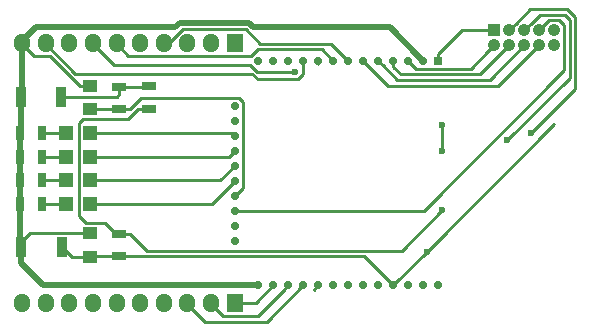
<source format=gbr>
G04 #@! TF.FileFunction,Copper,L1,Top,Signal*
%FSLAX46Y46*%
G04 Gerber Fmt 4.6, Leading zero omitted, Abs format (unit mm)*
G04 Created by KiCad (PCBNEW 4.0.2-4+6225~38~ubuntu15.10.1-stable) date søn 17 apr 2016 19:21:06 CEST*
%MOMM*%
G01*
G04 APERTURE LIST*
%ADD10C,0.100000*%
%ADD11R,1.050000X1.050000*%
%ADD12C,1.050000*%
%ADD13R,0.700000X0.700000*%
%ADD14C,0.700000*%
%ADD15R,1.250000X1.000000*%
%ADD16R,1.198880X1.198880*%
%ADD17O,1.360000X1.600000*%
%ADD18R,1.360000X1.600000*%
%ADD19R,1.300000X0.700000*%
%ADD20R,0.700000X1.300000*%
%ADD21R,0.900000X1.700000*%
%ADD22C,0.600000*%
%ADD23C,0.250000*%
%ADD24C,0.500000*%
G04 APERTURE END LIST*
D10*
D11*
X162560000Y-127430000D03*
D12*
X163830000Y-127430000D03*
X165100000Y-127430000D03*
X166370000Y-127430000D03*
X167640000Y-127430000D03*
X163830000Y-128700000D03*
X165100000Y-128700000D03*
X166370000Y-128700000D03*
X167640000Y-128700000D03*
X162560000Y-128700000D03*
D13*
X157820000Y-130040000D03*
D14*
X156550000Y-130040000D03*
X155280000Y-130040000D03*
X154010000Y-130040000D03*
X152740000Y-130040000D03*
X151470000Y-130040000D03*
X150200000Y-130040000D03*
X148930000Y-130040000D03*
X147660000Y-130040000D03*
X146390000Y-130040000D03*
X145120000Y-130040000D03*
X143850000Y-130040000D03*
X140580000Y-133830000D03*
X152740000Y-149040000D03*
X150200000Y-149040000D03*
X151470000Y-149040000D03*
X148930000Y-149040000D03*
X155280000Y-149040000D03*
X154010000Y-149040000D03*
X156550000Y-149040000D03*
X157820000Y-149040000D03*
X147660000Y-149040000D03*
X143850000Y-149040000D03*
X146390000Y-149040000D03*
X142580000Y-149040000D03*
X145120000Y-149040000D03*
X142580000Y-130040000D03*
X140580000Y-135100000D03*
X140580000Y-136370000D03*
X140580000Y-137640000D03*
X140580000Y-138910000D03*
X140580000Y-140180000D03*
X140580000Y-141450000D03*
X140580000Y-142720000D03*
X140580000Y-143990000D03*
X140580000Y-145260000D03*
D15*
X128310000Y-146640000D03*
X128310000Y-144640000D03*
X128310000Y-134140000D03*
X128310000Y-132140000D03*
D16*
X128359020Y-136140000D03*
X126260980Y-136140000D03*
X128359020Y-138140000D03*
X126260980Y-138140000D03*
X128359020Y-140140000D03*
X126260980Y-140140000D03*
X128359020Y-142140000D03*
X126260980Y-142140000D03*
D17*
X122575000Y-150500000D03*
X124575000Y-150500000D03*
X126575000Y-150500000D03*
X128575000Y-150500000D03*
X130575000Y-150500000D03*
X132575000Y-150500000D03*
X134575000Y-150500000D03*
X136575000Y-150500000D03*
X138575000Y-150500000D03*
D18*
X140575000Y-150500000D03*
X140575000Y-128500000D03*
D17*
X138575000Y-128500000D03*
X136575000Y-128500000D03*
X134575000Y-128500000D03*
X132575000Y-128500000D03*
X130575000Y-128500000D03*
X128575000Y-128500000D03*
X126575000Y-128500000D03*
X124575000Y-128500000D03*
X122575000Y-128500000D03*
D19*
X130810000Y-146590000D03*
X130810000Y-144690000D03*
X133310000Y-132190000D03*
X133310000Y-134090000D03*
X130810000Y-132240000D03*
X130810000Y-134140000D03*
D20*
X122360000Y-136140000D03*
X124260000Y-136140000D03*
X122360000Y-138140000D03*
X124260000Y-138140000D03*
X122360000Y-140140000D03*
X124260000Y-140140000D03*
X122360000Y-142140000D03*
X124260000Y-142140000D03*
D21*
X122450000Y-145800000D03*
X125920000Y-145800000D03*
X122450000Y-133070000D03*
X125850000Y-133070000D03*
D22*
X156870000Y-146180000D03*
X158120000Y-135450000D03*
X158120000Y-137690000D03*
X158150000Y-142680000D03*
X145650718Y-130956806D03*
X165690000Y-136120000D03*
X163660000Y-136730000D03*
D23*
X154010000Y-149040000D02*
X156870000Y-146180000D01*
X156870000Y-146180000D02*
X167640000Y-135410000D01*
X151560000Y-146590000D02*
X154010000Y-149040000D01*
X154010000Y-149040000D02*
X158560000Y-144490000D01*
X130810000Y-146590000D02*
X151560000Y-146590000D01*
X130810000Y-146590000D02*
X128360000Y-146590000D01*
X128360000Y-146590000D02*
X128310000Y-146640000D01*
X128310000Y-146640000D02*
X126760000Y-146640000D01*
X126760000Y-146640000D02*
X125920000Y-145800000D01*
D24*
X156200001Y-129690001D02*
X156550000Y-130040000D01*
X122575000Y-128380000D02*
X123755000Y-127200000D01*
X135920525Y-126799989D02*
X141753179Y-126799989D01*
X123755000Y-127200000D02*
X135520514Y-127200000D01*
X141753179Y-126799989D02*
X142153190Y-127200000D01*
X142153190Y-127200000D02*
X153710000Y-127200000D01*
X135520514Y-127200000D02*
X135920525Y-126799989D01*
X153710000Y-127200000D02*
X156200001Y-129690001D01*
X122575000Y-128500000D02*
X122575000Y-128380000D01*
D23*
X128310000Y-132140000D02*
X127435000Y-132140000D01*
X127435000Y-132140000D02*
X124920010Y-129625010D01*
X124920010Y-129625010D02*
X123580010Y-129625010D01*
X123580010Y-129625010D02*
X122575000Y-128620000D01*
X122575000Y-128620000D02*
X122575000Y-128500000D01*
D24*
X122450000Y-145800000D02*
X122450000Y-147150000D01*
X122450000Y-147150000D02*
X124340000Y-149040000D01*
X124340000Y-149040000D02*
X142085026Y-149040000D01*
X142085026Y-149040000D02*
X142580000Y-149040000D01*
X122360000Y-142140000D02*
X122360000Y-145710000D01*
X122360000Y-145710000D02*
X122450000Y-145800000D01*
X122360000Y-140140000D02*
X122360000Y-142140000D01*
X122360000Y-138140000D02*
X122360000Y-140140000D01*
X122360000Y-136140000D02*
X122360000Y-138140000D01*
X122450000Y-133070000D02*
X122450000Y-136050000D01*
X122450000Y-136050000D02*
X122360000Y-136140000D01*
X122575000Y-128500000D02*
X122575000Y-132945000D01*
X122575000Y-132945000D02*
X122450000Y-133070000D01*
D23*
X128310000Y-144640000D02*
X127435000Y-144640000D01*
X127435000Y-144640000D02*
X127419999Y-144624999D01*
X122450000Y-145400000D02*
X122450000Y-145800000D01*
X127419999Y-144624999D02*
X123225001Y-144624999D01*
X123225001Y-144624999D02*
X122450000Y-145400000D01*
X131960000Y-133890000D02*
X131960000Y-133854998D01*
X131960000Y-133854998D02*
X132659999Y-133154999D01*
X132659999Y-133154999D02*
X140904001Y-133154999D01*
X130810000Y-134140000D02*
X131710000Y-134140000D01*
X131710000Y-134140000D02*
X131960000Y-133890000D01*
X140904001Y-133154999D02*
X141255001Y-133505999D01*
X141255001Y-133505999D02*
X141255001Y-140774999D01*
X141255001Y-140774999D02*
X140929999Y-141100001D01*
X140929999Y-141100001D02*
X140580000Y-141450000D01*
X128310000Y-134140000D02*
X128185000Y-134140000D01*
X128310000Y-134140000D02*
X130810000Y-134140000D01*
X158120000Y-137265736D02*
X158120000Y-135450000D01*
X158120000Y-137690000D02*
X158120000Y-137265736D01*
X133140000Y-146120000D02*
X154710000Y-146120000D01*
X154710000Y-146120000D02*
X158150000Y-142680000D01*
X130810000Y-144690000D02*
X131710000Y-144690000D01*
X131710000Y-144690000D02*
X133140000Y-146120000D01*
X162560000Y-127430000D02*
X159830000Y-127430000D01*
X159830000Y-127430000D02*
X157820000Y-129440000D01*
X157820000Y-129440000D02*
X157820000Y-130040000D01*
X130810000Y-144690000D02*
X130510000Y-144690000D01*
X130510000Y-144690000D02*
X129580000Y-143760000D01*
X127420000Y-135295138D02*
X127750137Y-134965001D01*
X132410000Y-134090000D02*
X133310000Y-134090000D01*
X129580000Y-143760000D02*
X127980000Y-143760000D01*
X127420000Y-143200000D02*
X127420000Y-135295138D01*
X127980000Y-143760000D02*
X127420000Y-143200000D01*
X127750137Y-134965001D02*
X131534999Y-134965001D01*
X131534999Y-134965001D02*
X132410000Y-134090000D01*
X128359020Y-136140000D02*
X140350000Y-136140000D01*
X140350000Y-136140000D02*
X140580000Y-136370000D01*
X124260000Y-136140000D02*
X126260980Y-136140000D01*
X128359020Y-138140000D02*
X140080000Y-138140000D01*
X140080000Y-138140000D02*
X140580000Y-137640000D01*
X124260000Y-138140000D02*
X126260980Y-138140000D01*
X128359020Y-140140000D02*
X139350000Y-140140000D01*
X139350000Y-140140000D02*
X140580000Y-138910000D01*
X124260000Y-140140000D02*
X126260980Y-140140000D01*
X128359020Y-142140000D02*
X138620000Y-142140000D01*
X138620000Y-142140000D02*
X140580000Y-140180000D01*
X124260000Y-142140000D02*
X126260980Y-142140000D01*
X155280000Y-130040000D02*
X155955001Y-130715001D01*
X155955001Y-130715001D02*
X160544999Y-130715001D01*
X160544999Y-130715001D02*
X162035001Y-129224999D01*
X162035001Y-129224999D02*
X162560000Y-128700000D01*
X155629999Y-130389999D02*
X155280000Y-130040000D01*
X154655026Y-131180000D02*
X161350000Y-131180000D01*
X161350000Y-131180000D02*
X163830000Y-128700000D01*
X154010000Y-130040000D02*
X154010000Y-130534974D01*
X154010000Y-130534974D02*
X154655026Y-131180000D01*
X154330000Y-131640000D02*
X162160000Y-131640000D01*
X162160000Y-131640000D02*
X165100000Y-128700000D01*
X153089999Y-130399999D02*
X154330000Y-131640000D01*
X152740000Y-130040000D02*
X153089999Y-130389999D01*
X153089999Y-130389999D02*
X153089999Y-130399999D01*
X153590000Y-132160000D02*
X162910000Y-132160000D01*
X162910000Y-132160000D02*
X166370000Y-128700000D01*
X151470000Y-130040000D02*
X153590000Y-132160000D01*
X148749989Y-128589989D02*
X149850001Y-129690001D01*
X142729991Y-128589989D02*
X148749989Y-128589989D01*
X141515001Y-127374999D02*
X142729991Y-128589989D01*
X136158703Y-127374999D02*
X141515001Y-127374999D01*
X135033702Y-128500000D02*
X136158703Y-127374999D01*
X149850001Y-129690001D02*
X150200000Y-130040000D01*
X134575000Y-128500000D02*
X135033702Y-128500000D01*
X142580998Y-129040000D02*
X147930000Y-129040000D01*
X147930000Y-129040000D02*
X148930000Y-130040000D01*
X131580010Y-129625010D02*
X141995988Y-129625010D01*
X130575000Y-128620000D02*
X131580010Y-129625010D01*
X130575000Y-128500000D02*
X130575000Y-128620000D01*
X141995988Y-129625010D02*
X142580998Y-129040000D01*
X145226454Y-130956806D02*
X145650718Y-130956806D01*
X141904999Y-130364001D02*
X142497804Y-130956806D01*
X130319001Y-130364001D02*
X141904999Y-130364001D01*
X128575000Y-128620000D02*
X130319001Y-130364001D01*
X142497804Y-130956806D02*
X145226454Y-130956806D01*
X128575000Y-128500000D02*
X128575000Y-128620000D01*
X147660000Y-130040000D02*
X147660000Y-130290000D01*
X124575000Y-128620000D02*
X127095000Y-131140000D01*
X142508481Y-131603894D02*
X145921784Y-131603894D01*
X142044587Y-131140000D02*
X142508481Y-131603894D01*
X127095000Y-131140000D02*
X142044587Y-131140000D01*
X146390000Y-131135678D02*
X146390000Y-130534974D01*
X146390000Y-130534974D02*
X146390000Y-130040000D01*
X145921784Y-131603894D02*
X146390000Y-131135678D01*
X124575000Y-128500000D02*
X124575000Y-128620000D01*
X164354999Y-126905001D02*
X163830000Y-127430000D01*
X169390023Y-126347203D02*
X168722798Y-125679978D01*
X165580022Y-125679978D02*
X164354999Y-126905001D01*
X168722798Y-125679978D02*
X165580022Y-125679978D01*
X165690000Y-136120000D02*
X169390023Y-132419977D01*
X169390023Y-132419977D02*
X169390023Y-126347203D01*
X138065000Y-152110000D02*
X143320000Y-152110000D01*
X143320000Y-152110000D02*
X146390000Y-149040000D01*
X136575000Y-150500000D02*
X136575000Y-150620000D01*
X136575000Y-150620000D02*
X138065000Y-152110000D01*
X147310001Y-149389999D02*
X147660000Y-149040000D01*
X126575000Y-150500000D02*
X126575000Y-150380000D01*
X140575000Y-150500000D02*
X142390000Y-150500000D01*
X142390000Y-150500000D02*
X143850000Y-149040000D01*
X138575000Y-150500000D02*
X138575000Y-150620000D01*
X138575000Y-150620000D02*
X139580001Y-151625001D01*
X139580001Y-151625001D02*
X142534999Y-151625001D01*
X142534999Y-151625001D02*
X144770001Y-149389999D01*
X144770001Y-149389999D02*
X145120000Y-149040000D01*
X132575000Y-150500000D02*
X132575000Y-150380000D01*
X122575000Y-150500000D02*
X122575000Y-150380000D01*
X130575000Y-150500000D02*
X130575000Y-150380000D01*
X124575000Y-150500000D02*
X124575000Y-150380000D01*
X166400011Y-126129989D02*
X165624999Y-126905001D01*
X168940012Y-131449988D02*
X168940012Y-126533601D01*
X163660000Y-136730000D02*
X168940012Y-131449988D01*
X168940012Y-126533601D02*
X168536399Y-126129988D01*
X165624999Y-126905001D02*
X165100000Y-127430000D01*
X168536399Y-126129988D02*
X166400011Y-126129989D01*
X140580000Y-142720000D02*
X156600000Y-142720000D01*
X156600000Y-142720000D02*
X168490001Y-130829999D01*
X168048001Y-126579999D02*
X167220001Y-126579999D01*
X168490001Y-130829999D02*
X168490001Y-127021999D01*
X168490001Y-127021999D02*
X168048001Y-126579999D01*
X167220001Y-126579999D02*
X166370000Y-127430000D01*
X130810000Y-132240000D02*
X133260000Y-132240000D01*
X133260000Y-132240000D02*
X133310000Y-132190000D01*
X125850000Y-133070000D02*
X130580000Y-133070000D01*
X130580000Y-133070000D02*
X130810000Y-132840000D01*
X130810000Y-132840000D02*
X130810000Y-132240000D01*
M02*

</source>
